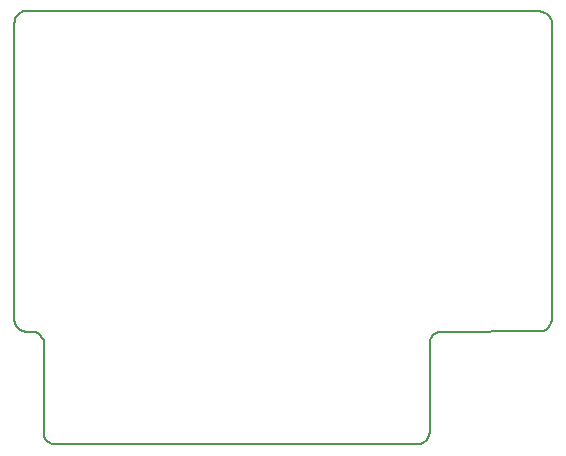
<source format=gko>
G04*
G04 #@! TF.GenerationSoftware,Altium Limited,Altium Designer,21.6.4 (81)*
G04*
G04 Layer_Color=16711935*
%FSLAX25Y25*%
%MOIN*%
G70*
G04*
G04 #@! TF.SameCoordinates,FE6B2B4F-3443-4407-9834-7DAE5A72E9B6*
G04*
G04*
G04 #@! TF.FilePolarity,Positive*
G04*
G01*
G75*
%ADD13C,0.00500*%
D13*
X201402Y137598D02*
X201297Y138533D01*
X200986Y139421D01*
X200486Y140218D01*
X199820Y140883D01*
X199023Y141384D01*
X198135Y141695D01*
X197200Y141800D01*
X26403Y141902D02*
X25467Y141797D01*
X24579Y141486D01*
X23782Y140986D01*
X23117Y140320D01*
X22616Y139523D01*
X22305Y138635D01*
X22200Y137700D01*
X22224Y39124D02*
X22361Y38089D01*
X22760Y37124D01*
X23396Y36296D01*
X24224Y35660D01*
X25189Y35261D01*
X26224Y35124D01*
X32100Y1246D02*
X32228Y278D01*
X32601Y-625D01*
X33196Y-1400D01*
X33971Y-1994D01*
X34874Y-2368D01*
X35842Y-2496D01*
X156700Y-2400D02*
X157735Y-2264D01*
X158700Y-1864D01*
X159528Y-1228D01*
X160164Y-400D01*
X160564Y565D01*
X160700Y1600D01*
X197536Y35264D02*
X198510Y35392D01*
X199418Y35768D01*
X200197Y36366D01*
X200795Y37146D01*
X201171Y38054D01*
X201300Y39028D01*
X164700Y35100D02*
X163665Y34964D01*
X162700Y34564D01*
X161872Y33928D01*
X161236Y33100D01*
X160836Y32135D01*
X160700Y31100D01*
X32124Y31124D02*
X31988Y32160D01*
X31589Y33124D01*
X30953Y33953D01*
X30124Y34589D01*
X29160Y34988D01*
X28124Y35124D01*
X26224D02*
X28124D01*
X201300Y39028D02*
X201402Y137598D01*
X26403Y141902D02*
X197200Y141800D01*
X22200Y137700D02*
X22224Y39124D01*
X32100Y1246D02*
Y31049D01*
X35842Y-2496D02*
X156700Y-2400D01*
X160700Y1600D02*
Y31100D01*
X164700Y35100D02*
X197536Y35264D01*
M02*

</source>
